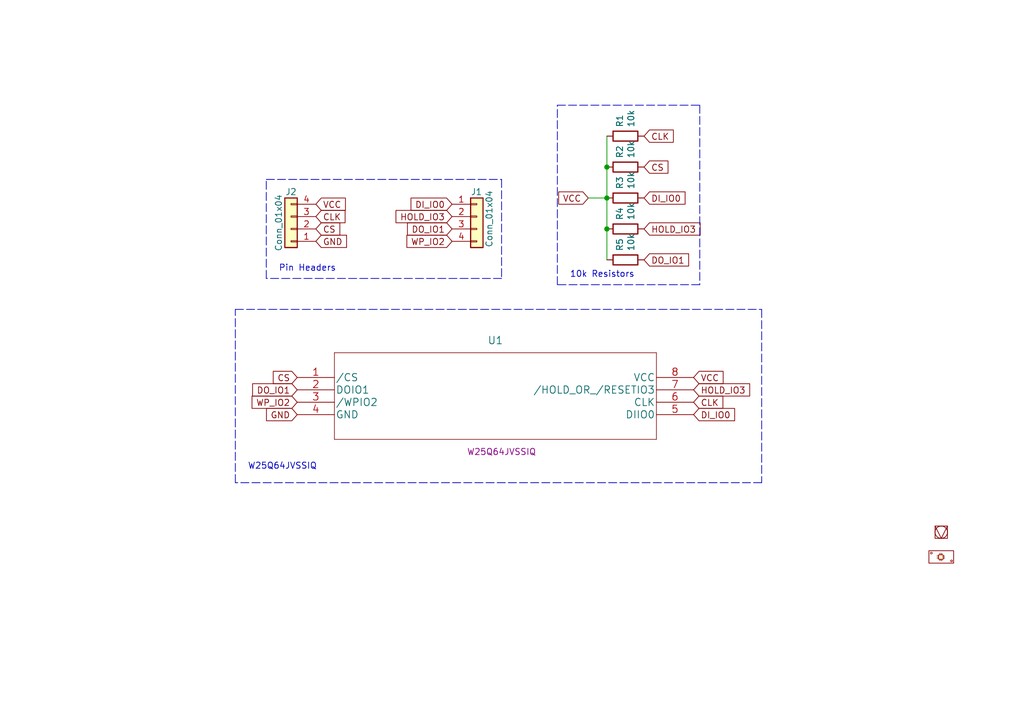
<source format=kicad_sch>
(kicad_sch (version 20211123) (generator eeschema)
  (paper "A5")
  (lib_symbols
    (symbol "GS_Local:Conn_01x04" (pin_names (offset 1.016) hide)
      (property "Reference" "J" (at 0 5.08 0))
      (property "Value" "Conn_01x04" (at 0 -7.62 0))
      (symbol "Conn_01x04_1_1"
        (rectangle (start -1.27 -4.953) (end 0 -5.207) (stroke (width 0.1524)))
        (rectangle (start -1.27 -2.413) (end 0 -2.667) (stroke (width 0.1524)))
        (rectangle (start -1.27 0.127) (end 0 -0.127) (stroke (width 0.1524)))
        (rectangle (start -1.27 2.667) (end 0 2.413) (stroke (width 0.1524)))
        (rectangle (start -1.27 3.81) (end 1.27 -6.35) (stroke (width 0.254)) (fill (type background)))
        (pin passive line (at -5.08 2.54 0) (length 3.81) (name "Pin_1") (number "1"))
        (pin passive line (at -5.08 0 0) (length 3.81) (name "Pin_2") (number "2"))
        (pin passive line (at -5.08 -2.54 0) (length 3.81) (name "Pin_3") (number "3"))
        (pin passive line (at -5.08 -5.08 0) (length 3.81) (name "Pin_4") (number "4"))
      )
    )
    (symbol "GS_Local:LOGO" (pin_numbers hide) (pin_names (offset 1.016) hide)
      (property "Value" "LOGO" (at 0 2.54 0))
      (symbol "LOGO_0_1"
        (rectangle (start -1.27 1.27) (end 1.27 -1.27))
        (polyline (pts (xy -1.27 1.27) (xy 0 -1.27) (xy 1.27 1.27)))
        (circle (center 0 0) (radius 1.27))
      )
    )
    (symbol "GS_Local:PCB" (pin_names (offset 1.016))
      (symbol "PCB_0_1"
        (rectangle (start -2.54 1.27) (end 2.54 -1.27))
        (circle (center -2.032 0.7874) (radius 0.1778) (fill (type background)))
        (rectangle (start -0.5334 0.4318) (end 0.381 -0.4826) (fill (type background)))
        (polyline (pts (xy -0.254 -0.4826) (xy -0.254 -0.7874)))
        (polyline (pts (xy 0.1016 -0.5334) (xy 0.1016 -0.8128)))
        (polyline (pts (xy 0.381 0.1524) (xy 0.6604 0.1524)))
        (polyline (pts (xy 0.4064 -0.2032) (xy 0.6858 -0.2032)))
      )
      (symbol "PCB_1_1"
        (polyline (pts (xy -0.8636 -0.2032) (xy -0.5842 -0.2032)))
        (polyline (pts (xy -0.8636 0.2032) (xy -0.5842 0.2032)))
        (polyline (pts (xy -0.254 0.508) (xy -0.254 0.7874)))
        (polyline (pts (xy 0.1016 0.508) (xy 0.1016 0.7874)))
        (circle (center 2.1082 -0.8128) (radius 0.1778) (fill (type background)))
      )
    )
    (symbol "GS_Local:R" (pin_numbers hide) (pin_names (offset 0))
      (property "Reference" "R" (at 2.032 0 90))
      (property "Value" "R" (at 0 0 90))
      (symbol "R_0_1"
        (rectangle (start -1.016 -2.54) (end 1.016 2.54) (stroke (width 0.254)))
      )
      (symbol "R_1_1"
        (pin passive line (at 0 3.81 270) (length 1.27) (name "~") (number "1"))
        (pin passive line (at 0 -3.81 90) (length 1.27) (name "~") (number "2"))
      )
    )
    (symbol "GS_Local:W25Q64JVSSIQ" (pin_names (offset 0.254))
      (property "Reference" "U" (at 40.64 10.16 0))
      (property "Value" "W25Q64JVSSIQ" (at 40.64 7.62 0))
      (property "Datasheet" "https://datasheet.lcsc.com/szlcsc/1810301427_Winbond-Elec-W25Q64JVSSIQ_C83140.pdf" (at 0 0 0))
      (symbol "W25Q64JVSSIQ_1_1"
        (polyline (pts (xy 7.62 -12.7) (xy 73.66 -12.7)) (stroke (width 0.127)))
        (polyline (pts (xy 7.62 5.08) (xy 7.62 -12.7)) (stroke (width 0.127)))
        (polyline (pts (xy 73.66 -12.7) (xy 73.66 5.08)) (stroke (width 0.127)))
        (polyline (pts (xy 73.66 5.08) (xy 7.62 5.08)) (stroke (width 0.127)))
        (pin unspecified line (at 0 0 0) (length 7.62) (name "/CS") (number "1"))
        (pin unspecified line (at 0 -2.54 0) (length 7.62) (name "DOIO1") (number "2"))
        (pin unspecified line (at 0 -5.08 0) (length 7.62) (name "/WPIO2") (number "3"))
        (pin power_in line (at 0 -7.62 0) (length 7.62) (name "GND") (number "4"))
        (pin unspecified line (at 81.28 -7.62 180) (length 7.62) (name "DIIO0") (number "5"))
        (pin unspecified line (at 81.28 -5.08 180) (length 7.62) (name "CLK") (number "6"))
        (pin unspecified line (at 81.28 -2.54 180) (length 7.62) (name "/HOLD_OR_/RESETIO3") (number "7"))
        (pin power_in line (at 81.28 0 180) (length 7.62) (name "VCC") (number "8"))
      )
    )
  )
  (junction (at 124.46 40.64))
  (junction (at 124.46 34.29))
  (junction (at 124.46 46.99))
  (polyline (pts (xy 156.21 63.5) (xy 156.21 99.06)))
  (polyline (pts (xy 48.26 63.5) (xy 156.21 63.5)))
  (polyline (pts (xy 114.3 21.59) (xy 143.51 21.59)))
  (wire (pts (xy 124.46 40.64) (xy 124.46 46.99)))
  (polyline (pts (xy 143.51 58.42) (xy 114.3 58.42)))
  (wire (pts (xy 124.46 34.29) (xy 124.46 40.64)))
  (polyline (pts (xy 102.87 36.83) (xy 102.87 57.15)))
  (polyline (pts (xy 102.87 57.15) (xy 54.61 57.15)))
  (polyline (pts (xy 54.61 57.15) (xy 54.61 36.83)))
  (wire (pts (xy 124.46 27.94) (xy 124.46 34.29)))
  (polyline (pts (xy 114.3 58.42) (xy 114.3 21.59)))
  (wire (pts (xy 120.65 40.64) (xy 124.46 40.64)))
  (polyline (pts (xy 54.61 36.83) (xy 102.87 36.83)))
  (polyline (pts (xy 48.26 99.06) (xy 48.26 63.5)))
  (polyline (pts (xy 143.51 21.59) (xy 143.51 58.42)))
  (wire (pts (xy 124.46 53.34) (xy 124.46 46.99)))
  (polyline (pts (xy 156.21 99.06) (xy 48.26 99.06)))
  (text "Pin Headers" (at 57.15 55.88 0) (effects (font (size 1.27 1.27)) (justify left bottom)))
  (text "W25Q64JVSSIQ" (at 50.8 96.52 0) (effects (font (size 1.27 1.27)) (justify left bottom)))
  (text "10k Resistors" (at 116.84 57.15 0) (effects (font (size 1.27 1.27)) (justify left bottom)))
  (global_label "DI_IO0" (shape input) (at 132.08 40.64 0) (property "Intersheet References" "${INTERSHEET_REFS}" (effects hide)))
  (global_label "DO_IO1" (shape input) (at 60.96 80.01 180) (property "Intersheet References" "${INTERSHEET_REFS}" (effects hide)))
  (global_label "VCC" (shape input) (at 120.65 40.64 180) (property "Intersheet References" "${INTERSHEET_REFS}" (effects hide)))
  (global_label "HOLD_IO3" (shape input) (at 142.24 80.01 0) (property "Intersheet References" "${INTERSHEET_REFS}" (effects hide)))
  (global_label "VCC" (shape input) (at 142.24 77.47 0) (property "Intersheet References" "${INTERSHEET_REFS}" (effects hide)))
  (global_label "HOLD_IO3" (shape input) (at 132.08 46.99 0) (property "Intersheet References" "${INTERSHEET_REFS}" (effects hide)))
  (global_label "DI_IO0" (shape input) (at 92.71 41.91 180) (property "Intersheet References" "${INTERSHEET_REFS}" (effects hide)))
  (global_label "DI_IO0" (shape input) (at 142.24 85.09 0) (property "Intersheet References" "${INTERSHEET_REFS}" (effects hide)))
  (global_label "VCC" (shape input) (at 64.77 41.91 0) (property "Intersheet References" "${INTERSHEET_REFS}" (effects hide)))
  (global_label "GND" (shape input) (at 64.77 49.53 0) (property "Intersheet References" "${INTERSHEET_REFS}" (effects hide)))
  (global_label "CLK" (shape input) (at 64.77 44.45 0) (property "Intersheet References" "${INTERSHEET_REFS}" (effects hide)))
  (global_label "HOLD_IO3" (shape input) (at 92.71 44.45 180) (property "Intersheet References" "${INTERSHEET_REFS}" (effects hide)))
  (global_label "WP_IO2" (shape input) (at 60.96 82.55 180) (property "Intersheet References" "${INTERSHEET_REFS}" (effects hide)))
  (global_label "CS" (shape input) (at 132.08 34.29 0) (property "Intersheet References" "${INTERSHEET_REFS}" (effects hide)))
  (global_label "WP_IO2" (shape input) (at 92.71 49.53 180) (property "Intersheet References" "${INTERSHEET_REFS}" (effects hide)))
  (global_label "CLK" (shape input) (at 132.08 27.94 0) (property "Intersheet References" "${INTERSHEET_REFS}" (effects hide)))
  (global_label "CS" (shape input) (at 60.96 77.47 180) (property "Intersheet References" "${INTERSHEET_REFS}" (effects hide)))
  (global_label "DO_IO1" (shape input) (at 92.71 46.99 180) (property "Intersheet References" "${INTERSHEET_REFS}" (effects hide)))
  (global_label "GND" (shape input) (at 60.96 85.09 180) (property "Intersheet References" "${INTERSHEET_REFS}" (effects hide)))
  (global_label "DO_IO1" (shape input) (at 132.08 53.34 0) (property "Intersheet References" "${INTERSHEET_REFS}" (effects hide)))
  (global_label "CS" (shape input) (at 64.77 46.99 0) (property "Intersheet References" "${INTERSHEET_REFS}" (effects hide)))
  (global_label "CLK" (shape input) (at 142.24 82.55 0) (property "Intersheet References" "${INTERSHEET_REFS}" (effects hide)))
  (symbol (lib_id "GS_Local:W25Q64JVSSIQ") (at 60.96 77.47 0) (unit 1)
    (property "Reference" "U1" (at 101.6 69.85 0) (effects (font (size 1.524 1.524))))
    (property "Value" "W25Q64JVSSIQ" (effects hide))
    (property "Footprint" "GS_Local:SOIC-8_5.275x5.275mm_P1.27mm" (effects hide))
    (property "Datasheet" "https://datasheet.lcsc.com/szlcsc/1810301427_Winbond-Elec-W25Q64JVSSIQ_C83140.pdf" (effects hide))
    (property "MPN" "W25Q64JVSSIQ" (at 102.87 92.71 0))
    (property "LCSC" "C83140" (effects hide))
  )
  (symbol (lib_id "GS_Local:Conn_01x04") (at 97.79 44.45 0) (unit 1)
    (property "Reference" "J1" (at 96.52 39.37 0) (effects (justify left)))
    (property "Value" "Conn_01x04" (at 100.33 50.8 90) (effects (justify left)))
    (property "Footprint" "GS_Local:PinHeader_1x04_P2.54mm_Vertical_Male" (effects hide))
    (property "Datasheet" "https://datasheet.lcsc.com/szlcsc/1912111437_MINTRON-MTP125-1104S1_C358686.pdf" (effects hide))
    (property "MPN" "MTP125-1104S1" (effects hide))
    (property "LCSC" "C358686" (effects hide))
  )
  (symbol (lib_id "GS_Local:Conn_01x04") (at 59.69 46.99 180) (unit 1)
    (property "Reference" "J2" (at 59.69 39.37 0))
    (property "Value" "Conn_01x04" (at 57.15 45.72 90))
    (property "Footprint" "GS_Local:PinHeader_1x04_P2.54mm_Vertical_Male" (effects hide))
    (property "Datasheet" "https://datasheet.lcsc.com/szlcsc/1912111437_MINTRON-MTP125-1104S1_C358686.pdf" (effects hide))
    (property "MPN" "MTP125-1104S1" (effects hide))
    (property "LCSC" "C358686" (effects hide))
  )
  (symbol (lib_id "GS_Local:R") (at 128.27 53.34 90) (unit 1)
    (property "Reference" "R5" (at 127.1016 51.562 0) (effects (justify left)))
    (property "Value" "10k" (at 129.413 51.562 0) (effects (justify left)))
    (property "Footprint" "GS_Local:R_0402_1005Metric" (effects hide))
    (property "Datasheet" "https://datasheet.lcsc.com/szlcsc/1811091923_UNI-ROYAL-Uniroyal-Elec-0402WGJ0103TCE_C25531.pdf" (effects hide))
    (property "MPN" "0402WGJ0103TCE" (effects hide))
    (property "LCSC" "C25531" (effects hide))
  )
  (symbol (lib_id "GS_Local:R") (at 128.27 46.99 90) (unit 1)
    (property "Reference" "R4" (at 127.1016 45.212 0) (effects (justify left)))
    (property "Value" "10k" (at 129.413 45.212 0) (effects (justify left)))
    (property "Footprint" "GS_Local:R_0402_1005Metric" (effects hide))
    (property "Datasheet" "https://datasheet.lcsc.com/szlcsc/1811091923_UNI-ROYAL-Uniroyal-Elec-0402WGJ0103TCE_C25531.pdf" (effects hide))
    (property "MPN" "0402WGJ0103TCE" (effects hide))
    (property "LCSC" "C25531" (effects hide))
  )
  (symbol (lib_id "GS_Local:R") (at 128.27 40.64 90) (unit 1)
    (property "Reference" "R3" (at 127.1016 38.862 0) (effects (justify left)))
    (property "Value" "10k" (at 129.413 38.862 0) (effects (justify left)))
    (property "Footprint" "GS_Local:R_0402_1005Metric" (effects hide))
    (property "Datasheet" "https://datasheet.lcsc.com/szlcsc/1811091923_UNI-ROYAL-Uniroyal-Elec-0402WGJ0103TCE_C25531.pdf" (effects hide))
    (property "MPN" "0402WGJ0103TCE" (effects hide))
    (property "LCSC" "C25531" (effects hide))
  )
  (symbol (lib_id "GS_Local:R") (at 128.27 34.29 90) (unit 1)
    (property "Reference" "R2" (at 127.1016 32.512 0) (effects (justify left)))
    (property "Value" "10k" (at 129.413 32.512 0) (effects (justify left)))
    (property "Footprint" "GS_Local:R_0402_1005Metric" (effects hide))
    (property "Datasheet" "https://datasheet.lcsc.com/szlcsc/1811091923_UNI-ROYAL-Uniroyal-Elec-0402WGJ0103TCE_C25531.pdf" (effects hide))
    (property "MPN" "0402WGJ0103TCE" (effects hide))
    (property "LCSC" "C25531" (effects hide))
  )
  (symbol (lib_id "GS_Local:R") (at 128.27 27.94 90) (unit 1)
    (property "Reference" "R1" (at 127.1016 26.162 0) (effects (justify left)))
    (property "Value" "10k" (at 129.413 26.162 0) (effects (justify left)))
    (property "Footprint" "GS_Local:R_0402_1005Metric" (effects hide))
    (property "Datasheet" "https://datasheet.lcsc.com/szlcsc/1811091923_UNI-ROYAL-Uniroyal-Elec-0402WGJ0103TCE_C25531.pdf" (effects hide))
    (property "MPN" "0402WGJ0103TCE" (effects hide))
    (property "LCSC" "C25531" (effects hide))
  )
  (symbol (lib_id "GS_Local:LOGO") (at 193.04 109.22 0) (unit 1)
    (property "Reference" "LGO1" (effects hide))
    (property "Value" "LOGO" (effects hide))
    (property "Footprint" "GS_Local:LOGO" (effects hide))
  )
  (symbol (lib_id "GS_Local:PCB") (at 193.04 114.3 0) (unit 1)
    (property "Reference" "P1" (effects hide))
    (property "Value" "PCB" (effects hide))
    (property "MPN" "NKEMIZ_GS_PCB" (effects hide))
  )
)
</source>
